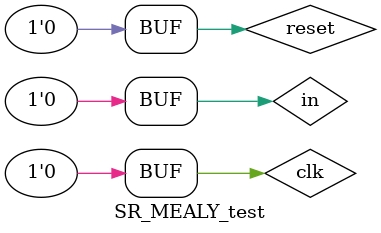
<source format=v>
`timescale 1ns / 1ps


module SR_MEALY_test;

	// Inputs
	reg clk;
	reg in;
	reg reset;

	// Outputs
	wire out;
	

	// Instantiate the Unit Under Test (UUT)
	SR_MEALY uut (
		.clk(clk), 
		.in(in), 
		.reset(reset), 
		.out(out)
	);

	initial begin
		// Initialize Inputs
		clk = 0;
		in = 0;
		reset = 0;

		// Wait 100 ns for global reset to finish
		#5; in=0; #20 in=1;
		#20; in=0; #20 in=1;
		#20; in=1; #20 in=1;
		#20; in=0; #20 in=1;
		#20; in=0; #20 in=0;
		#20; in=1; #20 in=0;
		#20; reset=1; #20 reset=0;
		#20; in=0; #20 in=1; #20 in=0;

	end
	
	
	always begin
		#10 clk=1;
		#10 clk=0;
	end
        
		// Add stimulus here

	
      
endmodule


</source>
